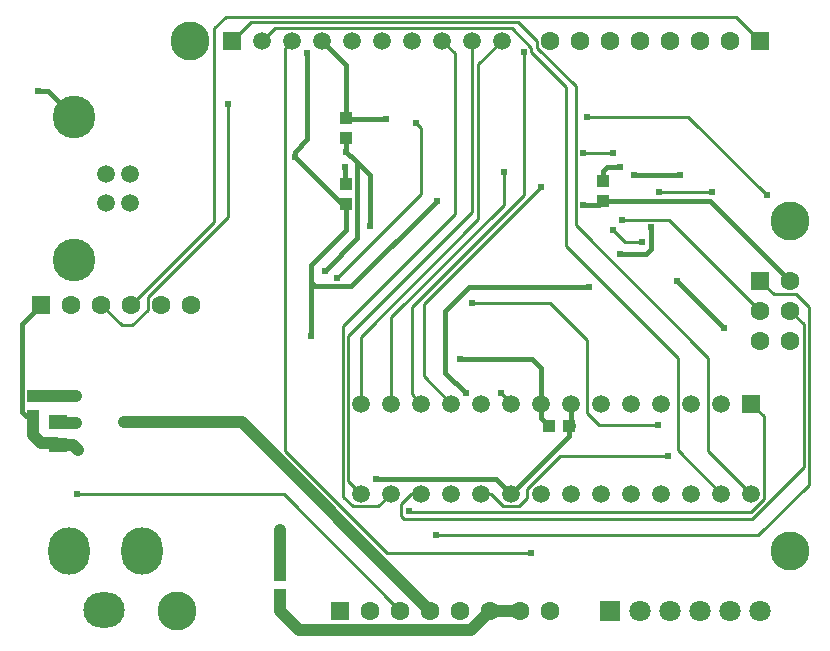
<source format=gbl>
G04*
G04 #@! TF.GenerationSoftware,Altium Limited,Altium Designer,19.0.10 (269)*
G04*
G04 Layer_Physical_Order=2*
G04 Layer_Color=16711680*
%FSLAX24Y24*%
%MOIN*%
G70*
G01*
G75*
%ADD13C,0.0100*%
%ADD18R,0.0394X0.0433*%
%ADD20R,0.0433X0.0394*%
%ADD28R,0.0591X0.0512*%
%ADD35C,0.0157*%
%ADD68C,0.0394*%
%ADD69C,0.0197*%
%ADD70R,0.0709X0.0709*%
%ADD71C,0.0709*%
%ADD72C,0.1423*%
%ADD73C,0.0591*%
%ADD74O,0.1378X0.1575*%
%ADD75O,0.1378X0.1181*%
%ADD76C,0.1299*%
%ADD77R,0.0630X0.0630*%
%ADD78C,0.0630*%
%ADD79R,0.0591X0.0591*%
%ADD80R,0.0591X0.0591*%
%ADD81R,0.0630X0.0630*%
%ADD82C,0.0240*%
G36*
X3665Y20486D02*
D01*
D02*
G37*
D13*
X20480Y13300D02*
X21076D01*
X20080Y13700D02*
X20480Y13300D01*
X20400Y14023D02*
X21977D01*
X25000Y11000D01*
X19240Y7574D02*
X19615Y7200D01*
X21580D01*
X19240Y7574D02*
Y10024D01*
X19100Y16244D02*
X20080D01*
X13535Y17242D02*
X13680Y17097D01*
Y14884D02*
Y17097D01*
X10880Y12084D02*
X13680Y14884D01*
X23270Y6330D02*
X24700Y4900D01*
X23270Y6330D02*
Y9424D01*
X18850Y13844D02*
X23270Y9424D01*
X18850Y13844D02*
Y18470D01*
X17556Y19764D02*
X18850Y18470D01*
X17556Y19764D02*
Y19978D01*
X16921Y20614D02*
X17556Y19978D01*
X8014Y20614D02*
X16921D01*
X7400Y20000D02*
X8014Y20614D01*
X4042Y11200D02*
X6810Y13969D01*
Y20424D01*
X7180Y20794D01*
X24206D01*
X25000Y20000D01*
X18000Y11264D02*
X19240Y10024D01*
X15400Y11264D02*
X18000D01*
X13780Y11215D02*
X17680Y15115D01*
X13780Y8820D02*
Y11215D01*
Y8820D02*
X14700Y7900D01*
X16450Y14524D02*
Y15614D01*
X12700Y10774D02*
X16450Y14524D01*
X12700Y7900D02*
Y10774D01*
X15400Y14292D02*
Y20000D01*
X11276Y10168D02*
X15400Y14292D01*
X11276Y5324D02*
Y10168D01*
Y5324D02*
X11700Y4900D01*
X12274Y4474D02*
X12700Y4900D01*
X11420Y4474D02*
X12274D01*
X11097Y4797D02*
X11420Y4474D01*
X11097Y4797D02*
Y10489D01*
X14818Y14209D01*
Y19582D01*
X14400Y20000D02*
X14818Y19582D01*
X22602Y17463D02*
X25220Y14844D01*
X19242Y17463D02*
X22602D01*
X16374Y8261D02*
X16700Y7935D01*
X21620Y14954D02*
X23400D01*
X9126Y4874D02*
X13000Y1000D01*
X2240Y4874D02*
X9126D01*
X24700Y7900D02*
X25130Y7470D01*
Y4724D02*
Y7470D01*
X24703Y4297D02*
X25130Y4724D01*
X13307Y4297D02*
X24703D01*
X13290Y4314D02*
X13307Y4297D01*
X15700Y4900D02*
X16015D01*
X16439Y4476D01*
X16952D01*
X17230Y4754D01*
Y5054D01*
X18330Y6154D01*
X21940D01*
X25000Y12000D02*
X25446Y11554D01*
X26200D01*
X26630Y11124D01*
Y5194D02*
Y11124D01*
X24940Y3504D02*
X26630Y5194D01*
X14190Y3504D02*
X24940D01*
X26000Y11000D02*
X26450Y10550D01*
Y5791D02*
Y10550D01*
X24723Y4064D02*
X26450Y5791D01*
X13140Y4064D02*
X24723D01*
X13040Y4164D02*
X13140Y4064D01*
X13040Y4164D02*
Y4564D01*
X13376Y4900D01*
X13700D01*
X13389Y8211D02*
X13700Y7900D01*
X13389Y8211D02*
Y11133D01*
X17120Y14864D01*
Y19634D01*
X11700Y7900D02*
Y10135D01*
X15606Y14041D01*
Y19206D01*
X16400Y20000D01*
X12560Y2904D02*
X17370D01*
X9160Y6304D02*
X12560Y2904D01*
X9160Y6304D02*
Y19760D01*
X9400Y20000D01*
X7270Y14124D02*
Y17874D01*
X4590Y11444D02*
X7270Y14124D01*
X4590Y11034D02*
Y11444D01*
X4060Y10504D02*
X4590Y11034D01*
X3738Y10504D02*
X4060D01*
X3042Y11200D02*
X3738Y10504D01*
X22260Y6340D02*
X23700Y4900D01*
X22260Y6340D02*
Y9434D01*
X18530Y13164D02*
X22260Y9434D01*
X18530Y13164D02*
Y18451D01*
X17378Y19604D02*
X18530Y18451D01*
X17378Y19604D02*
Y19767D01*
X16720Y20424D02*
X17378Y19767D01*
X8824Y20424D02*
X16720D01*
X8400Y20000D02*
X8824Y20424D01*
D18*
X9000Y1528D02*
D03*
Y2197D02*
D03*
X19750Y14665D02*
D03*
Y15335D02*
D03*
X11200Y16765D02*
D03*
Y17435D02*
D03*
X11200Y15235D02*
D03*
Y14565D02*
D03*
X760Y8155D02*
D03*
Y7485D02*
D03*
D20*
X17965Y7148D02*
D03*
X18635D02*
D03*
D28*
X1600Y7274D02*
D03*
Y6526D02*
D03*
D35*
X19887Y15775D02*
X20329D01*
X19750Y15638D02*
X19887Y15775D01*
X19750Y15335D02*
Y15638D01*
X18635Y6835D02*
Y7148D01*
X18700Y7194D02*
Y7900D01*
X18654Y7148D02*
X18700Y7194D01*
X22215Y12000D02*
X23780Y10435D01*
X9501Y16109D02*
X11123Y14488D01*
X11200Y16300D02*
Y16765D01*
X11123Y14488D02*
X11200Y14410D01*
X17400Y9400D02*
X17700Y9100D01*
X14985Y9400D02*
X17400D01*
X17700Y7900D02*
Y9100D01*
X17680Y7413D02*
Y7880D01*
X17700Y7900D01*
X17680Y7413D02*
X17946Y7148D01*
X21360Y13044D02*
Y13774D01*
X21190Y12874D02*
X21360Y13044D01*
X20320Y12874D02*
X21190D01*
X16200Y5400D02*
X16700Y4900D01*
X12200Y5400D02*
X16200D01*
X11200Y13674D02*
Y14410D01*
X9485Y16125D02*
X9501Y16109D01*
X20810Y15524D02*
X22320D01*
X9485Y16125D02*
Y16300D01*
X9890Y16705D01*
X9900Y19584D01*
X11371Y11807D02*
X14230Y14665D01*
X10169Y11807D02*
X11371D01*
X10030Y11946D02*
X10169Y11807D01*
X11560Y15940D02*
X11990Y15510D01*
X11488Y16012D02*
X11560Y15940D01*
Y13404D02*
Y15940D01*
X10030Y11946D02*
Y12504D01*
Y10165D02*
Y11946D01*
X14510Y8924D02*
X15190Y8244D01*
X14510Y8924D02*
Y10994D01*
X15290Y11774D01*
X19290D01*
X11200Y16300D02*
X11488Y16012D01*
X10490Y12334D02*
X11560Y13404D01*
X11990Y13814D02*
Y15510D01*
X16700Y4900D02*
X18635Y6835D01*
X10030Y12504D02*
X11200Y13674D01*
X519Y7485D02*
X760D01*
X400Y7604D02*
X519Y7485D01*
X400Y7604D02*
Y10559D01*
X1042Y11200D01*
X19750Y14665D02*
X23335D01*
X26000Y12000D01*
X940Y18314D02*
X1255D01*
X2129Y17440D01*
X11200Y17435D02*
Y19200D01*
X10400Y20000D02*
X11200Y19200D01*
X19100Y14516D02*
X19116Y14532D01*
X19632D01*
X19750Y14650D01*
Y14665D01*
X11175Y15260D02*
Y15775D01*
Y15260D02*
X11200Y15235D01*
X11200D02*
X11200D01*
Y17435D02*
X11235Y17400D01*
X12531D01*
D68*
X760Y8167D02*
X2200D01*
X9634Y367D02*
X15353D01*
X3800Y7274D02*
X7726D01*
X9000Y2197D02*
Y3700D01*
X2086Y6526D02*
X2256Y6356D01*
X1600Y6526D02*
X2086D01*
X760Y6856D02*
Y7485D01*
Y6856D02*
X1031Y6585D01*
X1541D02*
X1600Y6526D01*
X1031Y6585D02*
X1541D01*
X16000Y1000D02*
X17000D01*
X9000Y1000D02*
X9634Y367D01*
X15353D02*
X15986Y1000D01*
X16000D01*
X7726Y7274D02*
X14000Y1000D01*
X17946Y7148D02*
X17965D01*
X18635D02*
X18654D01*
X760Y8155D02*
Y8167D01*
X1612Y7262D02*
X2200D01*
X1600Y7274D02*
X1612Y7262D01*
X9000Y1000D02*
Y1528D01*
D69*
X16700Y7900D02*
Y7935D01*
D70*
X19991Y1000D02*
D03*
D71*
X20991D02*
D03*
X21991D02*
D03*
X22991D02*
D03*
X23991D02*
D03*
X24991D02*
D03*
D72*
X2129Y12700D02*
D03*
Y17440D02*
D03*
D73*
X3196Y14578D02*
D03*
Y15562D02*
D03*
X3983D02*
D03*
Y14578D02*
D03*
X8400Y20000D02*
D03*
X10400D02*
D03*
X11400D02*
D03*
X12400D02*
D03*
X13400D02*
D03*
X14400D02*
D03*
X15400D02*
D03*
X16400D02*
D03*
X9400D02*
D03*
X11700Y4900D02*
D03*
X12700D02*
D03*
X13700D02*
D03*
X14700D02*
D03*
X15700D02*
D03*
X16700D02*
D03*
X17700D02*
D03*
X18700D02*
D03*
X19700D02*
D03*
X20700D02*
D03*
X21700D02*
D03*
X22700D02*
D03*
X23700D02*
D03*
X24700D02*
D03*
X11700Y7900D02*
D03*
X12700D02*
D03*
X13700D02*
D03*
X14700D02*
D03*
X15700D02*
D03*
X16700D02*
D03*
X17700D02*
D03*
X18700D02*
D03*
X19700D02*
D03*
X20700D02*
D03*
X21700D02*
D03*
X22700D02*
D03*
X23700D02*
D03*
D74*
X4394Y3000D02*
D03*
X1953D02*
D03*
D75*
X3134Y1031D02*
D03*
D76*
X26000Y14000D02*
D03*
X6000Y20000D02*
D03*
X5549Y1000D02*
D03*
X26000Y3000D02*
D03*
D77*
X25000Y20000D02*
D03*
X1042Y11200D02*
D03*
X11000Y1000D02*
D03*
D78*
X24000Y20000D02*
D03*
X23000D02*
D03*
X22000D02*
D03*
X21000D02*
D03*
X20000D02*
D03*
X19000D02*
D03*
X18000D02*
D03*
X6042Y11200D02*
D03*
X5042D02*
D03*
X4042D02*
D03*
X3042D02*
D03*
X2042D02*
D03*
X26000Y12000D02*
D03*
X25000Y11000D02*
D03*
X26000D02*
D03*
X25000Y10000D02*
D03*
X26000D02*
D03*
X18000Y1000D02*
D03*
X17000D02*
D03*
X16000D02*
D03*
X15000D02*
D03*
X14000D02*
D03*
X13000D02*
D03*
X12000D02*
D03*
D79*
X7400Y20000D02*
D03*
D80*
X24700Y7900D02*
D03*
D81*
X25000Y12000D02*
D03*
D82*
X20329Y15775D02*
D03*
X20080Y13700D02*
D03*
X20400Y14023D02*
D03*
X21580Y7200D02*
D03*
X22215Y12000D02*
D03*
X9000Y3700D02*
D03*
X11200Y16300D02*
D03*
X21360Y13774D02*
D03*
X20320Y12874D02*
D03*
X12200Y5400D02*
D03*
X2256Y6356D02*
D03*
X23780Y10435D02*
D03*
X21076Y13300D02*
D03*
X20080Y16244D02*
D03*
X19100D02*
D03*
X20810Y15524D02*
D03*
X22320D02*
D03*
X9485Y16125D02*
D03*
X13535Y17242D02*
D03*
X10880Y12084D02*
D03*
X14230Y14665D02*
D03*
X15190Y8244D02*
D03*
X19290Y11774D02*
D03*
X10490Y12334D02*
D03*
X11990Y13814D02*
D03*
X9900Y19584D02*
D03*
X10030Y10165D02*
D03*
X15400Y11264D02*
D03*
X17680Y15115D02*
D03*
X16450Y15614D02*
D03*
X25220Y14844D02*
D03*
X19242Y17463D02*
D03*
X16374Y8261D02*
D03*
X21620Y14954D02*
D03*
X23400D02*
D03*
X2240Y4874D02*
D03*
X13290Y4314D02*
D03*
X21940Y6154D02*
D03*
X14190Y3504D02*
D03*
X17120Y19634D02*
D03*
X17370Y2904D02*
D03*
X7270Y17874D02*
D03*
X940Y18314D02*
D03*
X19100Y14516D02*
D03*
X11175Y15775D02*
D03*
X12531Y17400D02*
D03*
X14985Y9400D02*
D03*
X3800Y7274D02*
D03*
X2200Y8167D02*
D03*
Y7262D02*
D03*
X9000Y1000D02*
D03*
M02*

</source>
